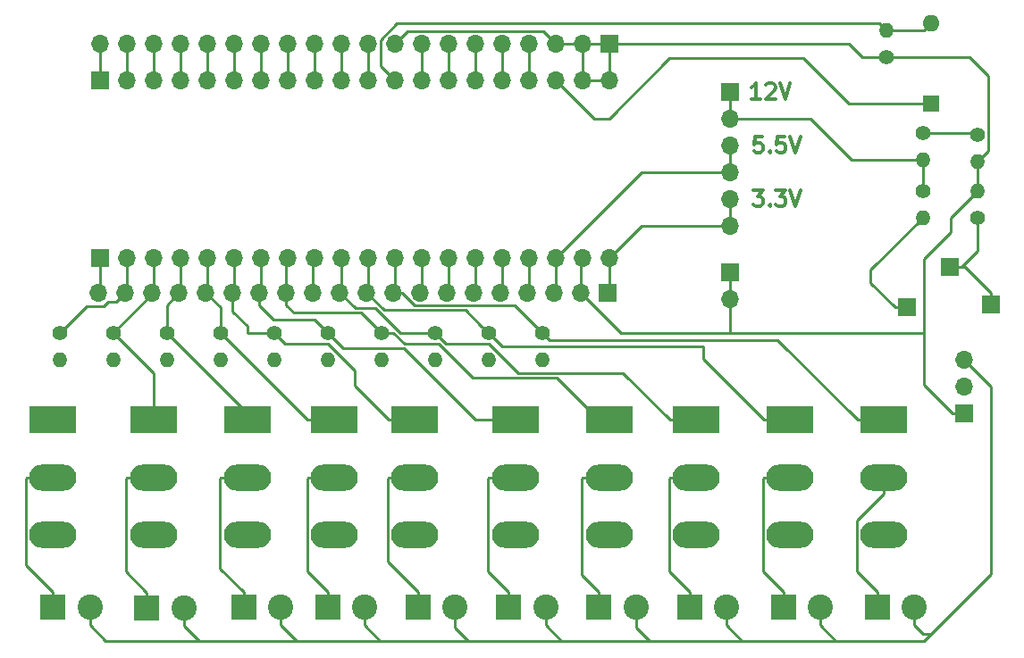
<source format=gbr>
G04 #@! TF.GenerationSoftware,KiCad,Pcbnew,5.0.2-bee76a0~70~ubuntu18.04.1*
G04 #@! TF.CreationDate,2018-12-21T16:27:28-06:00*
G04 #@! TF.ProjectId,pcb,7063622e-6b69-4636-9164-5f7063625858,rev?*
G04 #@! TF.SameCoordinates,Original*
G04 #@! TF.FileFunction,Copper,L1,Top*
G04 #@! TF.FilePolarity,Positive*
%FSLAX46Y46*%
G04 Gerber Fmt 4.6, Leading zero omitted, Abs format (unit mm)*
G04 Created by KiCad (PCBNEW 5.0.2-bee76a0~70~ubuntu18.04.1) date Fri 21 Dec 2018 04:27:28 PM CST*
%MOMM*%
%LPD*%
G01*
G04 APERTURE LIST*
G04 #@! TA.AperFunction,NonConductor*
%ADD10C,0.300000*%
G04 #@! TD*
G04 #@! TA.AperFunction,ComponentPad*
%ADD11C,2.400000*%
G04 #@! TD*
G04 #@! TA.AperFunction,ComponentPad*
%ADD12R,2.400000X2.400000*%
G04 #@! TD*
G04 #@! TA.AperFunction,ComponentPad*
%ADD13R,1.700000X1.700000*%
G04 #@! TD*
G04 #@! TA.AperFunction,ComponentPad*
%ADD14O,1.700000X1.700000*%
G04 #@! TD*
G04 #@! TA.AperFunction,ComponentPad*
%ADD15C,1.400000*%
G04 #@! TD*
G04 #@! TA.AperFunction,ComponentPad*
%ADD16O,1.400000X1.400000*%
G04 #@! TD*
G04 #@! TA.AperFunction,ComponentPad*
%ADD17R,4.500000X2.500000*%
G04 #@! TD*
G04 #@! TA.AperFunction,ComponentPad*
%ADD18O,4.500000X2.500000*%
G04 #@! TD*
G04 #@! TA.AperFunction,ComponentPad*
%ADD19R,1.600000X1.600000*%
G04 #@! TD*
G04 #@! TA.AperFunction,ComponentPad*
%ADD20O,1.600000X1.600000*%
G04 #@! TD*
G04 #@! TA.AperFunction,Conductor*
%ADD21C,0.250000*%
G04 #@! TD*
G04 APERTURE END LIST*
D10*
X148931428Y-140378571D02*
X148074285Y-140378571D01*
X148502857Y-140378571D02*
X148502857Y-138878571D01*
X148360000Y-139092857D01*
X148217142Y-139235714D01*
X148074285Y-139307142D01*
X149502857Y-139021428D02*
X149574285Y-138950000D01*
X149717142Y-138878571D01*
X150074285Y-138878571D01*
X150217142Y-138950000D01*
X150288571Y-139021428D01*
X150360000Y-139164285D01*
X150360000Y-139307142D01*
X150288571Y-139521428D01*
X149431428Y-140378571D01*
X150360000Y-140378571D01*
X150788571Y-138878571D02*
X151288571Y-140378571D01*
X151788571Y-138878571D01*
X149137857Y-143958571D02*
X148423571Y-143958571D01*
X148352142Y-144672857D01*
X148423571Y-144601428D01*
X148566428Y-144530000D01*
X148923571Y-144530000D01*
X149066428Y-144601428D01*
X149137857Y-144672857D01*
X149209285Y-144815714D01*
X149209285Y-145172857D01*
X149137857Y-145315714D01*
X149066428Y-145387142D01*
X148923571Y-145458571D01*
X148566428Y-145458571D01*
X148423571Y-145387142D01*
X148352142Y-145315714D01*
X149852142Y-145315714D02*
X149923571Y-145387142D01*
X149852142Y-145458571D01*
X149780714Y-145387142D01*
X149852142Y-145315714D01*
X149852142Y-145458571D01*
X151280714Y-143958571D02*
X150566428Y-143958571D01*
X150495000Y-144672857D01*
X150566428Y-144601428D01*
X150709285Y-144530000D01*
X151066428Y-144530000D01*
X151209285Y-144601428D01*
X151280714Y-144672857D01*
X151352142Y-144815714D01*
X151352142Y-145172857D01*
X151280714Y-145315714D01*
X151209285Y-145387142D01*
X151066428Y-145458571D01*
X150709285Y-145458571D01*
X150566428Y-145387142D01*
X150495000Y-145315714D01*
X151780714Y-143958571D02*
X152280714Y-145458571D01*
X152780714Y-143958571D01*
X148280714Y-149038571D02*
X149209285Y-149038571D01*
X148709285Y-149610000D01*
X148923571Y-149610000D01*
X149066428Y-149681428D01*
X149137857Y-149752857D01*
X149209285Y-149895714D01*
X149209285Y-150252857D01*
X149137857Y-150395714D01*
X149066428Y-150467142D01*
X148923571Y-150538571D01*
X148495000Y-150538571D01*
X148352142Y-150467142D01*
X148280714Y-150395714D01*
X149852142Y-150395714D02*
X149923571Y-150467142D01*
X149852142Y-150538571D01*
X149780714Y-150467142D01*
X149852142Y-150395714D01*
X149852142Y-150538571D01*
X150423571Y-149038571D02*
X151352142Y-149038571D01*
X150852142Y-149610000D01*
X151066428Y-149610000D01*
X151209285Y-149681428D01*
X151280714Y-149752857D01*
X151352142Y-149895714D01*
X151352142Y-150252857D01*
X151280714Y-150395714D01*
X151209285Y-150467142D01*
X151066428Y-150538571D01*
X150637857Y-150538571D01*
X150495000Y-150467142D01*
X150423571Y-150395714D01*
X151780714Y-149038571D02*
X152280714Y-150538571D01*
X152780714Y-149038571D01*
D11*
G04 #@! TO.P,J14,2*
G04 #@! TO.N,Net-(D1-Pad1)*
X94330001Y-188610001D03*
D12*
G04 #@! TO.P,J14,1*
G04 #@! TO.N,Net-(J14-Pad1)*
X90830001Y-188610001D03*
G04 #@! TD*
G04 #@! TO.P,J15,1*
G04 #@! TO.N,Net-(J15-Pad1)*
X81915000Y-188595000D03*
D11*
G04 #@! TO.P,J15,2*
G04 #@! TO.N,Net-(D1-Pad1)*
X85415000Y-188595000D03*
G04 #@! TD*
G04 #@! TO.P,J7,2*
G04 #@! TO.N,Net-(D1-Pad1)*
X145740000Y-188595000D03*
D12*
G04 #@! TO.P,J7,1*
G04 #@! TO.N,Net-(J7-Pad1)*
X142240000Y-188595000D03*
G04 #@! TD*
D11*
G04 #@! TO.P,J10,2*
G04 #@! TO.N,Net-(D1-Pad1)*
X128595000Y-188595000D03*
D12*
G04 #@! TO.P,J10,1*
G04 #@! TO.N,Net-(J10-Pad1)*
X125095000Y-188595000D03*
G04 #@! TD*
G04 #@! TO.P,J13,1*
G04 #@! TO.N,Net-(J13-Pad1)*
X100005000Y-188595000D03*
D11*
G04 #@! TO.P,J13,2*
G04 #@! TO.N,Net-(D1-Pad1)*
X103505000Y-188595000D03*
G04 #@! TD*
D12*
G04 #@! TO.P,J11,1*
G04 #@! TO.N,Net-(J11-Pad1)*
X116515000Y-188595000D03*
D11*
G04 #@! TO.P,J11,2*
G04 #@! TO.N,Net-(D1-Pad1)*
X120015000Y-188595000D03*
G04 #@! TD*
D13*
G04 #@! TO.P,J4,1*
G04 #@! TO.N,Net-(D1-Pad1)*
X146050000Y-139700000D03*
D14*
G04 #@! TO.P,J4,2*
X146050000Y-142240000D03*
G04 #@! TO.P,J4,3*
G04 #@! TO.N,/5V*
X146050000Y-144780000D03*
G04 #@! TO.P,J4,4*
X146050000Y-147320000D03*
G04 #@! TO.P,J4,5*
G04 #@! TO.N,/3.3V*
X146050000Y-149860000D03*
G04 #@! TO.P,J4,6*
X146050000Y-152400000D03*
G04 #@! TD*
D15*
G04 #@! TO.P,D1,1*
G04 #@! TO.N,Net-(D1-Pad1)*
X164338000Y-149098000D03*
D16*
G04 #@! TO.P,D1,2*
G04 #@! TO.N,Net-(D1-Pad2)*
X164338000Y-151638000D03*
G04 #@! TD*
D15*
G04 #@! TO.P,D2,1*
G04 #@! TO.N,Net-(D2-Pad1)*
X169545000Y-151638000D03*
D16*
G04 #@! TO.P,D2,2*
G04 #@! TO.N,/GND*
X169545000Y-149098000D03*
G04 #@! TD*
D13*
G04 #@! TO.P,J1,1*
G04 #@! TO.N,/GND*
X168275000Y-170180000D03*
D14*
G04 #@! TO.P,J1,2*
G04 #@! TO.N,/5V*
X168275000Y-167640000D03*
G04 #@! TO.P,J1,3*
G04 #@! TO.N,Net-(D1-Pad1)*
X168275000Y-165100000D03*
G04 #@! TD*
D13*
G04 #@! TO.P,J2,1*
G04 #@! TO.N,Net-(D1-Pad2)*
X162814000Y-160121600D03*
G04 #@! TD*
G04 #@! TO.P,J3,1*
G04 #@! TO.N,/GND*
X134620000Y-135128000D03*
D14*
G04 #@! TO.P,J3,2*
X132080000Y-135128000D03*
G04 #@! TO.P,J3,3*
X129540000Y-135128000D03*
G04 #@! TO.P,J3,4*
G04 #@! TO.N,Net-(J3-Pad4)*
X127000000Y-135128000D03*
G04 #@! TO.P,J3,5*
G04 #@! TO.N,Net-(J3-Pad5)*
X124460000Y-135128000D03*
G04 #@! TO.P,J3,6*
G04 #@! TO.N,Net-(J3-Pad6)*
X121920000Y-135128000D03*
G04 #@! TO.P,J3,7*
G04 #@! TO.N,Net-(J3-Pad7)*
X119380000Y-135128000D03*
G04 #@! TO.P,J3,8*
G04 #@! TO.N,Net-(J3-Pad8)*
X116840000Y-135128000D03*
G04 #@! TO.P,J3,9*
G04 #@! TO.N,/GND*
X114300000Y-135128000D03*
G04 #@! TO.P,J3,10*
G04 #@! TO.N,Net-(J3-Pad10)*
X111760000Y-135128000D03*
G04 #@! TO.P,J3,11*
G04 #@! TO.N,Net-(J3-Pad11)*
X109220000Y-135128000D03*
G04 #@! TO.P,J3,12*
G04 #@! TO.N,Net-(J3-Pad12)*
X106680000Y-135128000D03*
G04 #@! TO.P,J3,13*
G04 #@! TO.N,Net-(J3-Pad13)*
X104140000Y-135128000D03*
G04 #@! TO.P,J3,14*
G04 #@! TO.N,Net-(J3-Pad14)*
X101600000Y-135128000D03*
G04 #@! TO.P,J3,15*
G04 #@! TO.N,Net-(J3-Pad15)*
X99060000Y-135128000D03*
G04 #@! TO.P,J3,16*
G04 #@! TO.N,Net-(J3-Pad16)*
X96520000Y-135128000D03*
G04 #@! TO.P,J3,17*
G04 #@! TO.N,Net-(J3-Pad17)*
X93980000Y-135128000D03*
G04 #@! TO.P,J3,18*
G04 #@! TO.N,Net-(J3-Pad18)*
X91440000Y-135128000D03*
G04 #@! TO.P,J3,19*
G04 #@! TO.N,Net-(J3-Pad19)*
X88900000Y-135128000D03*
G04 #@! TO.P,J3,20*
G04 #@! TO.N,Net-(J3-Pad20)*
X86360000Y-135128000D03*
G04 #@! TD*
D12*
G04 #@! TO.P,J5,1*
G04 #@! TO.N,Net-(J5-Pad1)*
X160020000Y-188595000D03*
D11*
G04 #@! TO.P,J5,2*
G04 #@! TO.N,Net-(D1-Pad1)*
X163520000Y-188595000D03*
G04 #@! TD*
G04 #@! TO.P,J6,2*
G04 #@! TO.N,Net-(D1-Pad1)*
X154630000Y-188595000D03*
D12*
G04 #@! TO.P,J6,1*
G04 #@! TO.N,Net-(J6-Pad1)*
X151130000Y-188595000D03*
G04 #@! TD*
G04 #@! TO.P,J8,1*
G04 #@! TO.N,Net-(J8-Pad1)*
X133660000Y-188595000D03*
D11*
G04 #@! TO.P,J8,2*
G04 #@! TO.N,Net-(D1-Pad1)*
X137160000Y-188595000D03*
G04 #@! TD*
D13*
G04 #@! TO.P,J9,1*
G04 #@! TO.N,Net-(J3-Pad20)*
X86360000Y-138582400D03*
D14*
G04 #@! TO.P,J9,2*
G04 #@! TO.N,Net-(J3-Pad19)*
X88900000Y-138582400D03*
G04 #@! TO.P,J9,3*
G04 #@! TO.N,Net-(J3-Pad18)*
X91440000Y-138582400D03*
G04 #@! TO.P,J9,4*
G04 #@! TO.N,Net-(J3-Pad17)*
X93980000Y-138582400D03*
G04 #@! TO.P,J9,5*
G04 #@! TO.N,Net-(J3-Pad16)*
X96520000Y-138582400D03*
G04 #@! TO.P,J9,6*
G04 #@! TO.N,Net-(J3-Pad15)*
X99060000Y-138582400D03*
G04 #@! TO.P,J9,7*
G04 #@! TO.N,Net-(J3-Pad14)*
X101600000Y-138582400D03*
G04 #@! TO.P,J9,8*
G04 #@! TO.N,Net-(J3-Pad13)*
X104140000Y-138582400D03*
G04 #@! TO.P,J9,9*
G04 #@! TO.N,Net-(J3-Pad12)*
X106680000Y-138582400D03*
G04 #@! TO.P,J9,10*
G04 #@! TO.N,Net-(J3-Pad11)*
X109220000Y-138582400D03*
G04 #@! TO.P,J9,11*
G04 #@! TO.N,Net-(J3-Pad10)*
X111760000Y-138582400D03*
G04 #@! TO.P,J9,12*
G04 #@! TO.N,Net-(J9-Pad12)*
X114300000Y-138582400D03*
G04 #@! TO.P,J9,13*
G04 #@! TO.N,Net-(J3-Pad8)*
X116840000Y-138582400D03*
G04 #@! TO.P,J9,14*
G04 #@! TO.N,Net-(J3-Pad7)*
X119380000Y-138582400D03*
G04 #@! TO.P,J9,15*
G04 #@! TO.N,Net-(J3-Pad6)*
X121920000Y-138582400D03*
G04 #@! TO.P,J9,16*
G04 #@! TO.N,Net-(J3-Pad5)*
X124460000Y-138582400D03*
G04 #@! TO.P,J9,17*
G04 #@! TO.N,Net-(J3-Pad4)*
X127000000Y-138582400D03*
G04 #@! TO.P,J9,18*
G04 #@! TO.N,Net-(J9-Pad18)*
X129540000Y-138582400D03*
G04 #@! TO.P,J9,19*
G04 #@! TO.N,/GND*
X132080000Y-138582400D03*
G04 #@! TO.P,J9,20*
X134620000Y-138582400D03*
G04 #@! TD*
D11*
G04 #@! TO.P,J12,2*
G04 #@! TO.N,Net-(D1-Pad1)*
X111450000Y-188595000D03*
D12*
G04 #@! TO.P,J12,1*
G04 #@! TO.N,Net-(J12-Pad1)*
X107950000Y-188595000D03*
G04 #@! TD*
D14*
G04 #@! TO.P,J16,20*
G04 #@! TO.N,/3.3V*
X134620000Y-155448000D03*
G04 #@! TO.P,J16,19*
G04 #@! TO.N,/GND*
X132080000Y-155448000D03*
G04 #@! TO.P,J16,18*
G04 #@! TO.N,/5V*
X129540000Y-155448000D03*
G04 #@! TO.P,J16,17*
G04 #@! TO.N,Net-(J16-Pad17)*
X127000000Y-155448000D03*
G04 #@! TO.P,J16,16*
G04 #@! TO.N,Net-(J16-Pad16)*
X124460000Y-155448000D03*
G04 #@! TO.P,J16,15*
G04 #@! TO.N,Net-(J16-Pad15)*
X121920000Y-155448000D03*
G04 #@! TO.P,J16,14*
G04 #@! TO.N,Net-(J16-Pad14)*
X119380000Y-155448000D03*
G04 #@! TO.P,J16,13*
G04 #@! TO.N,Net-(J16-Pad13)*
X116840000Y-155448000D03*
G04 #@! TO.P,J16,12*
G04 #@! TO.N,Net-(J16-Pad12)*
X114300000Y-155448000D03*
G04 #@! TO.P,J16,11*
G04 #@! TO.N,Net-(J16-Pad11)*
X111760000Y-155448000D03*
G04 #@! TO.P,J16,10*
G04 #@! TO.N,Net-(J16-Pad10)*
X109220000Y-155448000D03*
G04 #@! TO.P,J16,9*
G04 #@! TO.N,Net-(J16-Pad9)*
X106680000Y-155448000D03*
G04 #@! TO.P,J16,8*
G04 #@! TO.N,Net-(J16-Pad8)*
X104140000Y-155448000D03*
G04 #@! TO.P,J16,7*
G04 #@! TO.N,Net-(J16-Pad7)*
X101600000Y-155448000D03*
G04 #@! TO.P,J16,6*
G04 #@! TO.N,Net-(J16-Pad6)*
X99060000Y-155448000D03*
G04 #@! TO.P,J16,5*
G04 #@! TO.N,Net-(J16-Pad5)*
X96520000Y-155448000D03*
G04 #@! TO.P,J16,4*
G04 #@! TO.N,Net-(J16-Pad4)*
X93980000Y-155448000D03*
G04 #@! TO.P,J16,3*
G04 #@! TO.N,Net-(J16-Pad3)*
X91440000Y-155448000D03*
G04 #@! TO.P,J16,2*
G04 #@! TO.N,Net-(J16-Pad2)*
X88900000Y-155448000D03*
D13*
G04 #@! TO.P,J16,1*
G04 #@! TO.N,Net-(J16-Pad1)*
X86360000Y-155448000D03*
G04 #@! TD*
D14*
G04 #@! TO.P,J17,20*
G04 #@! TO.N,Net-(J16-Pad1)*
X86258400Y-158750000D03*
G04 #@! TO.P,J17,19*
G04 #@! TO.N,Net-(J16-Pad2)*
X88798400Y-158750000D03*
G04 #@! TO.P,J17,18*
G04 #@! TO.N,Net-(J16-Pad3)*
X91338400Y-158750000D03*
G04 #@! TO.P,J17,17*
G04 #@! TO.N,Net-(J16-Pad4)*
X93878400Y-158750000D03*
G04 #@! TO.P,J17,16*
G04 #@! TO.N,Net-(J16-Pad5)*
X96418400Y-158750000D03*
G04 #@! TO.P,J17,15*
G04 #@! TO.N,Net-(J16-Pad6)*
X98958400Y-158750000D03*
G04 #@! TO.P,J17,14*
G04 #@! TO.N,Net-(J16-Pad7)*
X101498400Y-158750000D03*
G04 #@! TO.P,J17,13*
G04 #@! TO.N,Net-(J16-Pad8)*
X104038400Y-158750000D03*
G04 #@! TO.P,J17,12*
G04 #@! TO.N,Net-(J16-Pad9)*
X106578400Y-158750000D03*
G04 #@! TO.P,J17,11*
G04 #@! TO.N,Net-(J16-Pad10)*
X109118400Y-158750000D03*
G04 #@! TO.P,J17,10*
G04 #@! TO.N,Net-(J16-Pad11)*
X111658400Y-158750000D03*
G04 #@! TO.P,J17,9*
G04 #@! TO.N,Net-(J16-Pad12)*
X114198400Y-158750000D03*
G04 #@! TO.P,J17,8*
G04 #@! TO.N,Net-(J16-Pad13)*
X116738400Y-158750000D03*
G04 #@! TO.P,J17,7*
G04 #@! TO.N,Net-(J16-Pad14)*
X119278400Y-158750000D03*
G04 #@! TO.P,J17,6*
G04 #@! TO.N,Net-(J16-Pad15)*
X121818400Y-158750000D03*
G04 #@! TO.P,J17,5*
G04 #@! TO.N,Net-(J16-Pad16)*
X124358400Y-158750000D03*
G04 #@! TO.P,J17,4*
G04 #@! TO.N,Net-(J16-Pad17)*
X126898400Y-158750000D03*
G04 #@! TO.P,J17,3*
G04 #@! TO.N,/5V*
X129438400Y-158750000D03*
G04 #@! TO.P,J17,2*
G04 #@! TO.N,/GND*
X131978400Y-158750000D03*
D13*
G04 #@! TO.P,J17,1*
G04 #@! TO.N,/3.3V*
X134518400Y-158750000D03*
G04 #@! TD*
G04 #@! TO.P,J18,1*
G04 #@! TO.N,Net-(D2-Pad1)*
X166878000Y-156337000D03*
G04 #@! TD*
G04 #@! TO.P,J19,1*
G04 #@! TO.N,Net-(D2-Pad1)*
X170815000Y-159893000D03*
G04 #@! TD*
D17*
G04 #@! TO.P,Q1,1*
G04 #@! TO.N,Net-(J16-Pad12)*
X160655000Y-170815000D03*
D18*
G04 #@! TO.P,Q1,2*
G04 #@! TO.N,Net-(J5-Pad1)*
X160655000Y-176265000D03*
G04 #@! TO.P,Q1,3*
G04 #@! TO.N,/GND*
X160655000Y-181715000D03*
G04 #@! TD*
D17*
G04 #@! TO.P,Q2,1*
G04 #@! TO.N,Net-(J16-Pad11)*
X151765000Y-170815000D03*
D18*
G04 #@! TO.P,Q2,2*
G04 #@! TO.N,Net-(J6-Pad1)*
X151765000Y-176265000D03*
G04 #@! TO.P,Q2,3*
G04 #@! TO.N,/GND*
X151765000Y-181715000D03*
G04 #@! TD*
G04 #@! TO.P,Q3,3*
G04 #@! TO.N,/GND*
X142875000Y-181715000D03*
G04 #@! TO.P,Q3,2*
G04 #@! TO.N,Net-(J7-Pad1)*
X142875000Y-176265000D03*
D17*
G04 #@! TO.P,Q3,1*
G04 #@! TO.N,Net-(J16-Pad10)*
X142875000Y-170815000D03*
G04 #@! TD*
G04 #@! TO.P,Q4,1*
G04 #@! TO.N,Net-(J16-Pad8)*
X134620000Y-170815000D03*
D18*
G04 #@! TO.P,Q4,2*
G04 #@! TO.N,Net-(J8-Pad1)*
X134620000Y-176265000D03*
G04 #@! TO.P,Q4,3*
G04 #@! TO.N,/GND*
X134620000Y-181715000D03*
G04 #@! TD*
G04 #@! TO.P,Q5,3*
G04 #@! TO.N,/GND*
X125730000Y-181715000D03*
G04 #@! TO.P,Q5,2*
G04 #@! TO.N,Net-(J10-Pad1)*
X125730000Y-176265000D03*
D17*
G04 #@! TO.P,Q5,1*
G04 #@! TO.N,Net-(J16-Pad7)*
X125730000Y-170815000D03*
G04 #@! TD*
G04 #@! TO.P,Q6,1*
G04 #@! TO.N,Net-(J16-Pad6)*
X116205000Y-170815000D03*
D18*
G04 #@! TO.P,Q6,2*
G04 #@! TO.N,Net-(J11-Pad1)*
X116205000Y-176265000D03*
G04 #@! TO.P,Q6,3*
G04 #@! TO.N,/GND*
X116205000Y-181715000D03*
G04 #@! TD*
G04 #@! TO.P,Q7,3*
G04 #@! TO.N,/GND*
X108585000Y-181715000D03*
G04 #@! TO.P,Q7,2*
G04 #@! TO.N,Net-(J12-Pad1)*
X108585000Y-176265000D03*
D17*
G04 #@! TO.P,Q7,1*
G04 #@! TO.N,Net-(J16-Pad5)*
X108585000Y-170815000D03*
G04 #@! TD*
G04 #@! TO.P,Q8,1*
G04 #@! TO.N,Net-(J16-Pad4)*
X100330000Y-170815000D03*
D18*
G04 #@! TO.P,Q8,2*
G04 #@! TO.N,Net-(J13-Pad1)*
X100330000Y-176265000D03*
G04 #@! TO.P,Q8,3*
G04 #@! TO.N,/GND*
X100330000Y-181715000D03*
G04 #@! TD*
G04 #@! TO.P,Q9,3*
G04 #@! TO.N,/GND*
X91440000Y-181715000D03*
G04 #@! TO.P,Q9,2*
G04 #@! TO.N,Net-(J14-Pad1)*
X91440000Y-176265000D03*
D17*
G04 #@! TO.P,Q9,1*
G04 #@! TO.N,Net-(J16-Pad3)*
X91440000Y-170815000D03*
G04 #@! TD*
D18*
G04 #@! TO.P,Q10,3*
G04 #@! TO.N,/GND*
X81915000Y-181715000D03*
G04 #@! TO.P,Q10,2*
G04 #@! TO.N,Net-(J15-Pad1)*
X81915000Y-176265000D03*
D17*
G04 #@! TO.P,Q10,1*
G04 #@! TO.N,Net-(J16-Pad2)*
X81915000Y-170815000D03*
G04 #@! TD*
D16*
G04 #@! TO.P,R1,2*
G04 #@! TO.N,Net-(D1-Pad1)*
X164338000Y-146177000D03*
D15*
G04 #@! TO.P,R1,1*
G04 #@! TO.N,/5V*
X164338000Y-143637000D03*
G04 #@! TD*
G04 #@! TO.P,R2,1*
G04 #@! TO.N,/5V*
X169545000Y-143764000D03*
D16*
G04 #@! TO.P,R2,2*
G04 #@! TO.N,/GND*
X169545000Y-146304000D03*
G04 #@! TD*
G04 #@! TO.P,R3,2*
G04 #@! TO.N,Net-(J9-Pad12)*
X160909000Y-133858000D03*
D15*
G04 #@! TO.P,R3,1*
G04 #@! TO.N,/GND*
X160909000Y-136398000D03*
G04 #@! TD*
D16*
G04 #@! TO.P,R4,2*
G04 #@! TO.N,/GND*
X128270000Y-165100000D03*
D15*
G04 #@! TO.P,R4,1*
G04 #@! TO.N,Net-(J16-Pad12)*
X128270000Y-162560000D03*
G04 #@! TD*
G04 #@! TO.P,R5,1*
G04 #@! TO.N,Net-(J16-Pad11)*
X123190000Y-162560000D03*
D16*
G04 #@! TO.P,R5,2*
G04 #@! TO.N,/GND*
X123190000Y-165100000D03*
G04 #@! TD*
G04 #@! TO.P,R6,2*
G04 #@! TO.N,/GND*
X118110000Y-165100000D03*
D15*
G04 #@! TO.P,R6,1*
G04 #@! TO.N,Net-(J16-Pad10)*
X118110000Y-162560000D03*
G04 #@! TD*
G04 #@! TO.P,R7,1*
G04 #@! TO.N,Net-(J16-Pad8)*
X113030000Y-162560000D03*
D16*
G04 #@! TO.P,R7,2*
G04 #@! TO.N,/GND*
X113030000Y-165100000D03*
G04 #@! TD*
D15*
G04 #@! TO.P,R8,1*
G04 #@! TO.N,Net-(J16-Pad7)*
X107950000Y-162560000D03*
D16*
G04 #@! TO.P,R8,2*
G04 #@! TO.N,/GND*
X107950000Y-165100000D03*
G04 #@! TD*
G04 #@! TO.P,R9,2*
G04 #@! TO.N,/GND*
X102870000Y-165100000D03*
D15*
G04 #@! TO.P,R9,1*
G04 #@! TO.N,Net-(J16-Pad6)*
X102870000Y-162560000D03*
G04 #@! TD*
G04 #@! TO.P,R10,1*
G04 #@! TO.N,Net-(J16-Pad5)*
X97790000Y-162560000D03*
D16*
G04 #@! TO.P,R10,2*
G04 #@! TO.N,/GND*
X97790000Y-165100000D03*
G04 #@! TD*
G04 #@! TO.P,R11,2*
G04 #@! TO.N,/GND*
X92710000Y-165100000D03*
D15*
G04 #@! TO.P,R11,1*
G04 #@! TO.N,Net-(J16-Pad4)*
X92710000Y-162560000D03*
G04 #@! TD*
G04 #@! TO.P,R12,1*
G04 #@! TO.N,Net-(J16-Pad3)*
X87630000Y-162560000D03*
D16*
G04 #@! TO.P,R12,2*
G04 #@! TO.N,/GND*
X87630000Y-165100000D03*
G04 #@! TD*
G04 #@! TO.P,R13,2*
G04 #@! TO.N,/GND*
X82550000Y-165100000D03*
D15*
G04 #@! TO.P,R13,1*
G04 #@! TO.N,Net-(J16-Pad2)*
X82550000Y-162560000D03*
G04 #@! TD*
D19*
G04 #@! TO.P,SW1,1*
G04 #@! TO.N,Net-(J9-Pad18)*
X165100000Y-140843000D03*
D20*
G04 #@! TO.P,SW1,2*
G04 #@! TO.N,Net-(J9-Pad12)*
X165100000Y-133223000D03*
G04 #@! TD*
D13*
G04 #@! TO.P,J20,1*
G04 #@! TO.N,/GND*
X146050000Y-156845000D03*
D14*
G04 #@! TO.P,J20,2*
X146050000Y-159385000D03*
G04 #@! TD*
D21*
G04 #@! TO.N,Net-(D1-Pad1)*
X85415000Y-190292056D02*
X86892944Y-191770000D01*
X85415000Y-188595000D02*
X85415000Y-190292056D01*
X170815000Y-167640000D02*
X168275000Y-165100000D01*
X170815000Y-185420000D02*
X170815000Y-167640000D01*
X94330001Y-190307057D02*
X95792944Y-191770000D01*
X94330001Y-188610001D02*
X94330001Y-190307057D01*
X103505000Y-190292056D02*
X104982944Y-191770000D01*
X103505000Y-188595000D02*
X103505000Y-190292056D01*
X112927944Y-191770000D02*
X113665000Y-191770000D01*
X111450000Y-190292056D02*
X112927944Y-191770000D01*
X86892944Y-191770000D02*
X113665000Y-191770000D01*
X111450000Y-188595000D02*
X111450000Y-190292056D01*
X120015000Y-190500000D02*
X121285000Y-191770000D01*
X120015000Y-188595000D02*
X120015000Y-190500000D01*
X113665000Y-191770000D02*
X121285000Y-191770000D01*
X128595000Y-190292056D02*
X130072944Y-191770000D01*
X128595000Y-188595000D02*
X128595000Y-190292056D01*
X121285000Y-191770000D02*
X130810000Y-191770000D01*
X130072944Y-191770000D02*
X130810000Y-191770000D01*
X137160000Y-190500000D02*
X138430000Y-191770000D01*
X137160000Y-188595000D02*
X137160000Y-190500000D01*
X130810000Y-191770000D02*
X138430000Y-191770000D01*
X138430000Y-191770000D02*
X164465000Y-191770000D01*
X145740000Y-190292056D02*
X147217944Y-191770000D01*
X145740000Y-188595000D02*
X145740000Y-190292056D01*
X154630000Y-190292056D02*
X156107944Y-191770000D01*
X154630000Y-188595000D02*
X154630000Y-190292056D01*
X163520000Y-190292056D02*
X164362944Y-191135000D01*
X164362944Y-191135000D02*
X165100000Y-191135000D01*
X163520000Y-188595000D02*
X163520000Y-190292056D01*
X164465000Y-191770000D02*
X165100000Y-191135000D01*
X165100000Y-191135000D02*
X170815000Y-185420000D01*
X146050000Y-140800000D02*
X146050000Y-142240000D01*
X146050000Y-139700000D02*
X146050000Y-140800000D01*
X146050000Y-142240000D02*
X153670000Y-142240000D01*
X157607000Y-146177000D02*
X164338000Y-146177000D01*
X153670000Y-142240000D02*
X157607000Y-146177000D01*
X164338000Y-146177000D02*
X164338000Y-149098000D01*
G04 #@! TO.N,Net-(D1-Pad2)*
X161714000Y-160121600D02*
X159385000Y-157792600D01*
X162814000Y-160121600D02*
X161714000Y-160121600D01*
X159385000Y-156591000D02*
X164338000Y-151638000D01*
X159385000Y-157792600D02*
X159385000Y-156591000D01*
G04 #@! TO.N,Net-(D2-Pad1)*
X167978000Y-156337000D02*
X166878000Y-156337000D01*
X169545000Y-154770000D02*
X167978000Y-156337000D01*
X169545000Y-151638000D02*
X169545000Y-154770000D01*
X168359000Y-156337000D02*
X166878000Y-156337000D01*
X170815000Y-159893000D02*
X170815000Y-158793000D01*
X170815000Y-158793000D02*
X168359000Y-156337000D01*
G04 #@! TO.N,/GND*
X130742081Y-135128000D02*
X132080000Y-135128000D01*
X129540000Y-135128000D02*
X130742081Y-135128000D01*
X132080000Y-136330081D02*
X132080000Y-138582400D01*
X132080000Y-135128000D02*
X132080000Y-136330081D01*
X133282081Y-135128000D02*
X134620000Y-135128000D01*
X132080000Y-135128000D02*
X133282081Y-135128000D01*
X133282081Y-138582400D02*
X134620000Y-138582400D01*
X132080000Y-138582400D02*
X133282081Y-138582400D01*
X134620000Y-137380319D02*
X134620000Y-135128000D01*
X134620000Y-138582400D02*
X134620000Y-137380319D01*
X128690001Y-134278001D02*
X129540000Y-135128000D01*
X128364999Y-133952999D02*
X128690001Y-134278001D01*
X115475001Y-133952999D02*
X128364999Y-133952999D01*
X114300000Y-135128000D02*
X115475001Y-133952999D01*
X160909000Y-136398000D02*
X158623000Y-136398000D01*
X157353000Y-135128000D02*
X134620000Y-135128000D01*
X158623000Y-136398000D02*
X157353000Y-135128000D01*
X160909000Y-136398000D02*
X168783000Y-136398000D01*
X170244999Y-145604001D02*
X169545000Y-146304000D01*
X170570001Y-145278999D02*
X170244999Y-145604001D01*
X170570001Y-138185001D02*
X170570001Y-145278999D01*
X168783000Y-136398000D02*
X170570001Y-138185001D01*
X169545000Y-146304000D02*
X169545000Y-149098000D01*
X131978400Y-155549600D02*
X132080000Y-155448000D01*
X131978400Y-158750000D02*
X131978400Y-155549600D01*
X167005000Y-151638000D02*
X169545000Y-149098000D01*
X167005000Y-153035000D02*
X167005000Y-151638000D01*
X164465000Y-162560000D02*
X164465000Y-155575000D01*
X164465000Y-155575000D02*
X167005000Y-153035000D01*
X131978400Y-158750000D02*
X135788400Y-162560000D01*
X164465000Y-167470000D02*
X164465000Y-162560000D01*
X167175000Y-170180000D02*
X164465000Y-167470000D01*
X168275000Y-170180000D02*
X167175000Y-170180000D01*
X146050000Y-162560000D02*
X146050000Y-159385000D01*
X146050000Y-162560000D02*
X164465000Y-162560000D01*
X135788400Y-162560000D02*
X146050000Y-162560000D01*
X146050000Y-159385000D02*
X146050000Y-156845000D01*
G04 #@! TO.N,/5V*
X169418000Y-143637000D02*
X169545000Y-143764000D01*
X164338000Y-143637000D02*
X169418000Y-143637000D01*
X129540000Y-158648400D02*
X129438400Y-158750000D01*
X129540000Y-155448000D02*
X129540000Y-158648400D01*
X146050000Y-147320000D02*
X146050000Y-144780000D01*
X137668000Y-147320000D02*
X146050000Y-147320000D01*
X129540000Y-155448000D02*
X137668000Y-147320000D01*
G04 #@! TO.N,Net-(J3-Pad4)*
X127000000Y-136330081D02*
X127000000Y-138582400D01*
X127000000Y-135128000D02*
X127000000Y-136330081D01*
G04 #@! TO.N,Net-(J3-Pad5)*
X124460000Y-138582400D02*
X124460000Y-135128000D01*
G04 #@! TO.N,Net-(J3-Pad6)*
X121920000Y-136330081D02*
X121920000Y-138582400D01*
X121920000Y-135128000D02*
X121920000Y-136330081D01*
G04 #@! TO.N,Net-(J3-Pad7)*
X119380000Y-136330081D02*
X119380000Y-138582400D01*
X119380000Y-135128000D02*
X119380000Y-136330081D01*
G04 #@! TO.N,Net-(J3-Pad8)*
X116840000Y-138582400D02*
X116840000Y-135128000D01*
G04 #@! TO.N,Net-(J3-Pad10)*
X111760000Y-135128000D02*
X111760000Y-138582400D01*
G04 #@! TO.N,Net-(J3-Pad11)*
X109220000Y-136330081D02*
X109220000Y-138582400D01*
X109220000Y-135128000D02*
X109220000Y-136330081D01*
G04 #@! TO.N,Net-(J3-Pad12)*
X106680000Y-135128000D02*
X106680000Y-138582400D01*
G04 #@! TO.N,Net-(J3-Pad13)*
X104140000Y-135128000D02*
X104140000Y-138582400D01*
G04 #@! TO.N,Net-(J3-Pad14)*
X101600000Y-138582400D02*
X101600000Y-135128000D01*
G04 #@! TO.N,Net-(J3-Pad15)*
X99060000Y-135128000D02*
X99060000Y-138582400D01*
G04 #@! TO.N,Net-(J3-Pad16)*
X96520000Y-135128000D02*
X96520000Y-138582400D01*
G04 #@! TO.N,Net-(J3-Pad17)*
X93980000Y-135128000D02*
X93980000Y-138582400D01*
G04 #@! TO.N,Net-(J3-Pad18)*
X91440000Y-135128000D02*
X91440000Y-138582400D01*
G04 #@! TO.N,Net-(J3-Pad19)*
X88900000Y-135128000D02*
X88900000Y-138582400D01*
G04 #@! TO.N,Net-(J3-Pad20)*
X86360000Y-135128000D02*
X86360000Y-138582400D01*
G04 #@! TO.N,/3.3V*
X134620000Y-158648400D02*
X134518400Y-158750000D01*
X134620000Y-155448000D02*
X134620000Y-158648400D01*
X137668000Y-152400000D02*
X146050000Y-152400000D01*
X134620000Y-155448000D02*
X137668000Y-152400000D01*
X146050000Y-152400000D02*
X146050000Y-149860000D01*
G04 #@! TO.N,Net-(J5-Pad1)*
X158079990Y-185204990D02*
X160020000Y-187145000D01*
X158079990Y-180340010D02*
X158079990Y-185204990D01*
X160020000Y-187145000D02*
X160020000Y-188595000D01*
X160655000Y-177765000D02*
X158079990Y-180340010D01*
X160655000Y-176265000D02*
X160655000Y-177765000D01*
G04 #@! TO.N,Net-(J6-Pad1)*
X151130000Y-187145000D02*
X151130000Y-188595000D01*
X149189990Y-185204990D02*
X151130000Y-187145000D01*
X149189990Y-176340010D02*
X149189990Y-185204990D01*
X149265000Y-176265000D02*
X149189990Y-176340010D01*
X151765000Y-176265000D02*
X149265000Y-176265000D01*
G04 #@! TO.N,Net-(J7-Pad1)*
X142240000Y-187145000D02*
X142240000Y-188595000D01*
X140299990Y-176340010D02*
X140299990Y-185204990D01*
X140375000Y-176265000D02*
X140299990Y-176340010D01*
X140299990Y-185204990D02*
X142240000Y-187145000D01*
X142875000Y-176265000D02*
X140375000Y-176265000D01*
G04 #@! TO.N,Net-(J8-Pad1)*
X133660000Y-187145000D02*
X133660000Y-188595000D01*
X132044990Y-185529990D02*
X133660000Y-187145000D01*
X132120000Y-176265000D02*
X132044990Y-176340010D01*
X132044990Y-176340010D02*
X132044990Y-185529990D01*
X134620000Y-176265000D02*
X132120000Y-176265000D01*
G04 #@! TO.N,Net-(J9-Pad12)*
X160209001Y-133158001D02*
X160909000Y-133858000D01*
X114530997Y-133158001D02*
X160209001Y-133158001D01*
X112935001Y-134753997D02*
X114530997Y-133158001D01*
X112935001Y-137217401D02*
X112935001Y-134753997D01*
X114300000Y-138582400D02*
X112935001Y-137217401D01*
X164465000Y-133858000D02*
X165100000Y-133223000D01*
X160909000Y-133858000D02*
X164465000Y-133858000D01*
G04 #@! TO.N,Net-(J9-Pad18)*
X134620000Y-142240000D02*
X133197600Y-142240000D01*
X140335000Y-136525000D02*
X134620000Y-142240000D01*
X133197600Y-142240000D02*
X129540000Y-138582400D01*
X165100000Y-140843000D02*
X157353000Y-140843000D01*
X153035000Y-136525000D02*
X140335000Y-136525000D01*
X157353000Y-140843000D02*
X153035000Y-136525000D01*
G04 #@! TO.N,Net-(J10-Pad1)*
X125095000Y-187145000D02*
X125095000Y-188595000D01*
X123154990Y-176340010D02*
X123154990Y-185204990D01*
X123154990Y-185204990D02*
X125095000Y-187145000D01*
X123230000Y-176265000D02*
X123154990Y-176340010D01*
X125730000Y-176265000D02*
X123230000Y-176265000D01*
G04 #@! TO.N,Net-(J11-Pad1)*
X116515000Y-187145000D02*
X116515000Y-188595000D01*
X113629990Y-184259990D02*
X116515000Y-187145000D01*
X113705000Y-176265000D02*
X113629990Y-176340010D01*
X113629990Y-176340010D02*
X113629990Y-184259990D01*
X116205000Y-176265000D02*
X113705000Y-176265000D01*
G04 #@! TO.N,Net-(J12-Pad1)*
X107950000Y-187145000D02*
X107950000Y-188595000D01*
X106009990Y-176340010D02*
X106009990Y-185204990D01*
X106009990Y-185204990D02*
X107950000Y-187145000D01*
X106085000Y-176265000D02*
X106009990Y-176340010D01*
X108585000Y-176265000D02*
X106085000Y-176265000D01*
G04 #@! TO.N,Net-(J13-Pad1)*
X100005000Y-187145000D02*
X100005000Y-188595000D01*
X97754990Y-184894990D02*
X100005000Y-187145000D01*
X97830000Y-176265000D02*
X97754990Y-176340010D01*
X97754990Y-176340010D02*
X97754990Y-184894990D01*
X100330000Y-176265000D02*
X97830000Y-176265000D01*
G04 #@! TO.N,Net-(J14-Pad1)*
X88864990Y-185194990D02*
X90830001Y-187160001D01*
X88864990Y-176340010D02*
X88864990Y-185194990D01*
X90830001Y-187160001D02*
X90830001Y-188610001D01*
X88940000Y-176265000D02*
X88864990Y-176340010D01*
X91440000Y-176265000D02*
X88940000Y-176265000D01*
G04 #@! TO.N,Net-(J15-Pad1)*
X81915000Y-187145000D02*
X81915000Y-188595000D01*
X79339990Y-176340010D02*
X79339990Y-184569990D01*
X79339990Y-184569990D02*
X81915000Y-187145000D01*
X79415000Y-176265000D02*
X79339990Y-176340010D01*
X81915000Y-176265000D02*
X79415000Y-176265000D01*
G04 #@! TO.N,Net-(J16-Pad17)*
X127000000Y-158648400D02*
X126898400Y-158750000D01*
X127000000Y-155448000D02*
X127000000Y-158648400D01*
G04 #@! TO.N,Net-(J16-Pad16)*
X124460000Y-158648400D02*
X124358400Y-158750000D01*
X124460000Y-155448000D02*
X124460000Y-158648400D01*
G04 #@! TO.N,Net-(J16-Pad15)*
X121920000Y-158648400D02*
X121818400Y-158750000D01*
X121920000Y-155448000D02*
X121920000Y-158648400D01*
G04 #@! TO.N,Net-(J16-Pad14)*
X119380000Y-158648400D02*
X119278400Y-158750000D01*
X119380000Y-155448000D02*
X119380000Y-158648400D01*
G04 #@! TO.N,Net-(J16-Pad13)*
X116840000Y-158648400D02*
X116738400Y-158750000D01*
X116840000Y-155448000D02*
X116840000Y-158648400D01*
G04 #@! TO.N,Net-(J16-Pad12)*
X114300000Y-158648400D02*
X114198400Y-158750000D01*
X114300000Y-155448000D02*
X114300000Y-158648400D01*
X114999398Y-158750000D02*
X114198400Y-158750000D01*
X116174399Y-159925001D02*
X114999398Y-158750000D01*
X125635001Y-159925001D02*
X116174399Y-159925001D01*
X128270000Y-162560000D02*
X125635001Y-159925001D01*
G04 #@! TO.N,Net-(J16-Pad11)*
X111760000Y-158648400D02*
X111658400Y-158750000D01*
X111760000Y-155448000D02*
X111760000Y-158648400D01*
X122490001Y-161860001D02*
X123190000Y-162560000D01*
X121005010Y-160375010D02*
X122490001Y-161860001D01*
X113283410Y-160375010D02*
X121005010Y-160375010D01*
X111658400Y-158750000D02*
X113283410Y-160375010D01*
G04 #@! TO.N,Net-(J16-Pad10)*
X109220000Y-158648400D02*
X109118400Y-158750000D01*
X109220000Y-155448000D02*
X109220000Y-158648400D01*
X114831990Y-162560000D02*
X117120051Y-162560000D01*
X112476981Y-160204991D02*
X114831990Y-162560000D01*
X117120051Y-162560000D02*
X118110000Y-162560000D01*
X110573391Y-160204991D02*
X112476981Y-160204991D01*
X109118400Y-158750000D02*
X110573391Y-160204991D01*
G04 #@! TO.N,Net-(J16-Pad9)*
X106578400Y-155549600D02*
X106680000Y-155448000D01*
X106578400Y-158750000D02*
X106578400Y-155549600D01*
G04 #@! TO.N,Net-(J16-Pad8)*
X104038400Y-159952081D02*
X104741319Y-160655000D01*
X104038400Y-158750000D02*
X104038400Y-159952081D01*
X111125000Y-160655000D02*
X113030000Y-162560000D01*
X104741319Y-160655000D02*
X111125000Y-160655000D01*
X104038400Y-155549600D02*
X104140000Y-155448000D01*
X104038400Y-158750000D02*
X104038400Y-155549600D01*
G04 #@! TO.N,Net-(J16-Pad7)*
X101498400Y-159952081D02*
X102836319Y-161290000D01*
X101498400Y-158750000D02*
X101498400Y-159952081D01*
X106680000Y-161290000D02*
X107950000Y-162560000D01*
X102836319Y-161290000D02*
X106680000Y-161290000D01*
X101600000Y-158648400D02*
X101498400Y-158750000D01*
X101600000Y-155448000D02*
X101600000Y-158648400D01*
G04 #@! TO.N,Net-(J16-Pad6)*
X102870000Y-162560000D02*
X100330000Y-162560000D01*
X100330000Y-162560000D02*
X100330000Y-161925000D01*
X98958400Y-160553400D02*
X98958400Y-158750000D01*
X100330000Y-161925000D02*
X98958400Y-160553400D01*
X99060000Y-158648400D02*
X98958400Y-158750000D01*
X99060000Y-155448000D02*
X99060000Y-158648400D01*
G04 #@! TO.N,Net-(J16-Pad5)*
X97790000Y-160121600D02*
X96418400Y-158750000D01*
X97790000Y-162560000D02*
X97790000Y-160121600D01*
X96520000Y-158648400D02*
X96418400Y-158750000D01*
X96520000Y-155448000D02*
X96520000Y-158648400D01*
G04 #@! TO.N,Net-(J16-Pad4)*
X92710000Y-159918400D02*
X93878400Y-158750000D01*
X92710000Y-162560000D02*
X92710000Y-159918400D01*
X93980000Y-158648400D02*
X93878400Y-158750000D01*
X93980000Y-155448000D02*
X93980000Y-158648400D01*
G04 #@! TO.N,Net-(J16-Pad3)*
X91338400Y-158851600D02*
X91338400Y-158750000D01*
X87630000Y-162560000D02*
X91338400Y-158851600D01*
X91440000Y-158648400D02*
X91338400Y-158750000D01*
X91440000Y-155448000D02*
X91440000Y-158648400D01*
G04 #@! TO.N,Net-(J16-Pad2)*
X88900000Y-158648400D02*
X88798400Y-158750000D01*
X88900000Y-155448000D02*
X88900000Y-158648400D01*
X87147403Y-159599999D02*
X86727402Y-160020000D01*
X88798400Y-158750000D02*
X87948401Y-159599999D01*
X87948401Y-159599999D02*
X87147403Y-159599999D01*
X85090000Y-160020000D02*
X82550000Y-162560000D01*
X86727402Y-160020000D02*
X85090000Y-160020000D01*
G04 #@! TO.N,Net-(J16-Pad1)*
X86360000Y-158648400D02*
X86258400Y-158750000D01*
X86360000Y-155448000D02*
X86360000Y-158648400D01*
G04 #@! TO.N,Net-(J16-Pad12)*
X158155000Y-170815000D02*
X160655000Y-170815000D01*
X150599999Y-163259999D02*
X158155000Y-170815000D01*
X128969999Y-163259999D02*
X150599999Y-163259999D01*
X128270000Y-162560000D02*
X128969999Y-163259999D01*
G04 #@! TO.N,Net-(J16-Pad11)*
X149265000Y-170815000D02*
X143510000Y-165060000D01*
X151765000Y-170815000D02*
X149265000Y-170815000D01*
X143510000Y-165060000D02*
X143510000Y-163830000D01*
X124460000Y-163830000D02*
X123190000Y-162560000D01*
X143510000Y-163830000D02*
X124460000Y-163830000D01*
G04 #@! TO.N,Net-(J16-Pad10)*
X140375000Y-170815000D02*
X142875000Y-170815000D01*
X135930000Y-166370000D02*
X140375000Y-170815000D01*
X125977002Y-166370000D02*
X135930000Y-166370000D01*
X123192003Y-163585001D02*
X125977002Y-166370000D01*
X119135001Y-163585001D02*
X123192003Y-163585001D01*
X118110000Y-162560000D02*
X119135001Y-163585001D01*
G04 #@! TO.N,Net-(J16-Pad8)*
X115220581Y-163585001D02*
X114195580Y-162560000D01*
X118498591Y-163585001D02*
X115220581Y-163585001D01*
X129625010Y-166820010D02*
X121733600Y-166820010D01*
X121733600Y-166820010D02*
X118498591Y-163585001D01*
X133620000Y-170815000D02*
X129625010Y-166820010D01*
X114195580Y-162560000D02*
X113030000Y-162560000D01*
X134620000Y-170815000D02*
X133620000Y-170815000D01*
G04 #@! TO.N,Net-(J16-Pad7)*
X115140010Y-164035010D02*
X121920000Y-170815000D01*
X121920000Y-170815000D02*
X125730000Y-170815000D01*
X107950000Y-162560000D02*
X109425010Y-164035010D01*
X109425010Y-164035010D02*
X115140010Y-164035010D01*
G04 #@! TO.N,Net-(J16-Pad6)*
X113705000Y-170815000D02*
X110490000Y-167600000D01*
X116205000Y-170815000D02*
X113705000Y-170815000D01*
X103569999Y-163259999D02*
X102870000Y-162560000D01*
X103895001Y-163585001D02*
X103569999Y-163259999D01*
X107952003Y-163585001D02*
X103895001Y-163585001D01*
X110490000Y-166122998D02*
X107952003Y-163585001D01*
X110490000Y-167600000D02*
X110490000Y-166122998D01*
G04 #@! TO.N,Net-(J16-Pad5)*
X106045000Y-170815000D02*
X108585000Y-170815000D01*
X97790000Y-162560000D02*
X106045000Y-170815000D01*
G04 #@! TO.N,Net-(J16-Pad4)*
X100330000Y-170180000D02*
X100330000Y-170815000D01*
X92710000Y-162560000D02*
X100330000Y-170180000D01*
G04 #@! TO.N,Net-(J16-Pad3)*
X90440000Y-170815000D02*
X91440000Y-170815000D01*
X91440000Y-166370000D02*
X91440000Y-170815000D01*
X87630000Y-162560000D02*
X91440000Y-166370000D01*
G04 #@! TO.N,Net-(J16-Pad2)*
X82550000Y-170180000D02*
X81915000Y-170815000D01*
G04 #@! TD*
M02*

</source>
